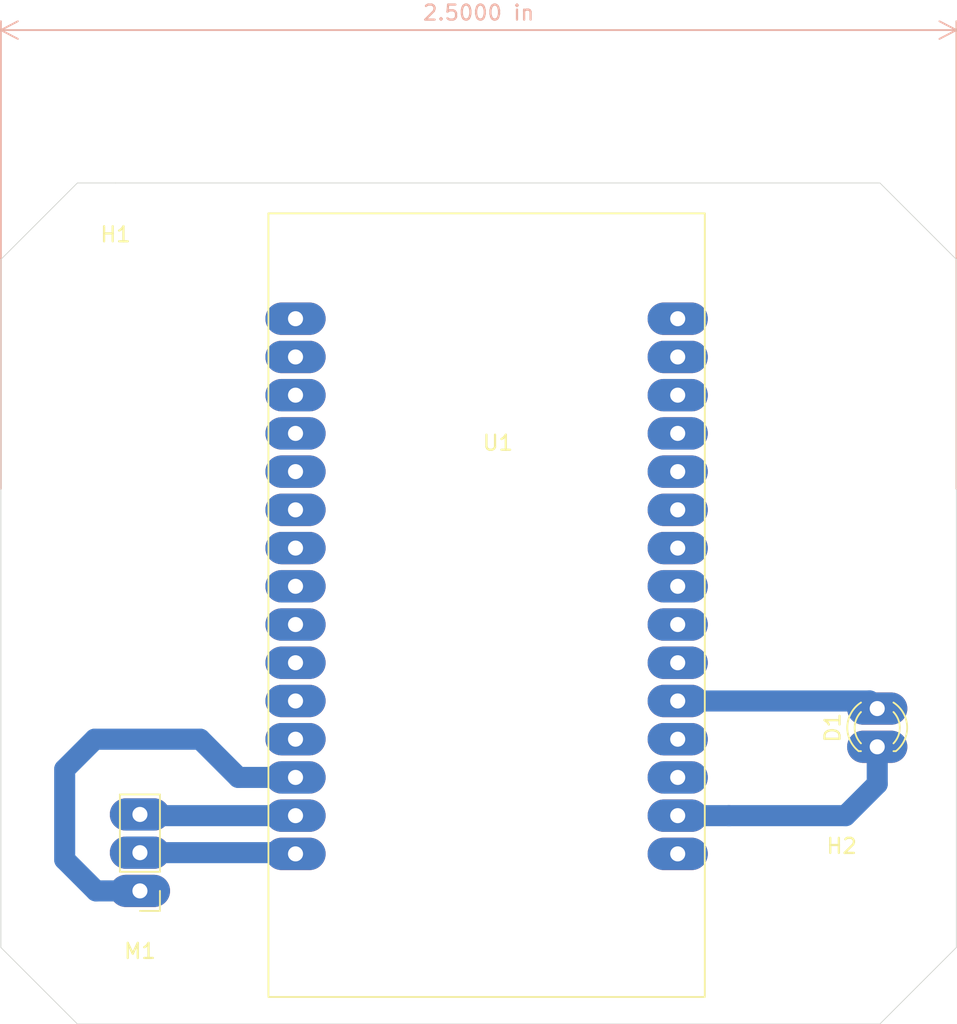
<source format=kicad_pcb>
(kicad_pcb (version 20171130) (host pcbnew "(5.1.2)-2")

  (general
    (thickness 1.6)
    (drawings 10)
    (tracks 18)
    (zones 0)
    (modules 5)
    (nets 6)
  )

  (page A4)
  (layers
    (0 F.Cu signal)
    (31 B.Cu signal)
    (32 B.Adhes user)
    (33 F.Adhes user)
    (34 B.Paste user)
    (35 F.Paste user)
    (36 B.SilkS user)
    (37 F.SilkS user)
    (38 B.Mask user)
    (39 F.Mask user)
    (40 Dwgs.User user)
    (41 Cmts.User user)
    (42 Eco1.User user)
    (43 Eco2.User user)
    (44 Edge.Cuts user)
    (45 Margin user)
    (46 B.CrtYd user)
    (47 F.CrtYd user)
    (48 B.Fab user)
    (49 F.Fab user)
  )

  (setup
    (last_trace_width 1.4)
    (trace_clearance 0.3)
    (zone_clearance 0.508)
    (zone_45_only no)
    (trace_min 1.4)
    (via_size 1.01)
    (via_drill 1)
    (via_min_size 1)
    (via_min_drill 0.3)
    (uvia_size 0.3)
    (uvia_drill 0.1)
    (uvias_allowed no)
    (uvia_min_size 0.2)
    (uvia_min_drill 0.1)
    (edge_width 0.05)
    (segment_width 0.2)
    (pcb_text_width 0.3)
    (pcb_text_size 1.5 1.5)
    (mod_edge_width 0.12)
    (mod_text_size 1 1)
    (mod_text_width 0.15)
    (pad_size 4 2.15)
    (pad_drill 1)
    (pad_to_mask_clearance 0.051)
    (solder_mask_min_width 0.25)
    (aux_axis_origin 111.76 121.92)
    (visible_elements FFFFFF7F)
    (pcbplotparams
      (layerselection 0x01000_fffffffe)
      (usegerberextensions false)
      (usegerberattributes false)
      (usegerberadvancedattributes false)
      (creategerberjobfile false)
      (excludeedgelayer true)
      (linewidth 0.100000)
      (plotframeref false)
      (viasonmask false)
      (mode 1)
      (useauxorigin true)
      (hpglpennumber 1)
      (hpglpenspeed 20)
      (hpglpendiameter 15.000000)
      (psnegative false)
      (psa4output false)
      (plotreference true)
      (plotvalue true)
      (plotinvisibletext false)
      (padsonsilk false)
      (subtractmaskfromsilk false)
      (outputformat 1)
      (mirror false)
      (drillshape 0)
      (scaleselection 1)
      (outputdirectory "mill/"))
  )

  (net 0 "")
  (net 1 "Net-(D1-Pad1)")
  (net 2 "Net-(D1-Pad2)")
  (net 3 "Net-(M1-Pad1)")
  (net 4 "Net-(M1-Pad2)")
  (net 5 "Net-(M1-Pad3)")

  (net_class Default "This is the default net class."
    (clearance 0.3)
    (trace_width 1.4)
    (via_dia 1.01)
    (via_drill 1)
    (uvia_dia 0.3)
    (uvia_drill 0.1)
    (add_net "Net-(D1-Pad1)")
    (add_net "Net-(D1-Pad2)")
    (add_net "Net-(M1-Pad1)")
    (add_net "Net-(M1-Pad2)")
    (add_net "Net-(M1-Pad3)")
  )

  (module LED_THT:LED_D3.0mm (layer F.Cu) (tedit 5DBE69F7) (tstamp 5DBEBA1F)
    (at 170 103.505 90)
    (descr "LED, diameter 3.0mm, 2 pins")
    (tags "LED diameter 3.0mm 2 pins")
    (path /5DBE9BE4)
    (fp_text reference D1 (at 1.27 -2.96 90) (layer F.SilkS)
      (effects (font (size 1 1) (thickness 0.15)))
    )
    (fp_text value LED (at 1.27 2.96 90) (layer F.Fab)
      (effects (font (size 1 1) (thickness 0.15)))
    )
    (fp_arc (start 1.27 0) (end -0.23 -1.16619) (angle 284.3) (layer F.Fab) (width 0.1))
    (fp_arc (start 1.27 0) (end -0.29 -1.235516) (angle 108.8) (layer F.SilkS) (width 0.12))
    (fp_arc (start 1.27 0) (end -0.29 1.235516) (angle -108.8) (layer F.SilkS) (width 0.12))
    (fp_arc (start 1.27 0) (end 0.229039 -1.08) (angle 87.9) (layer F.SilkS) (width 0.12))
    (fp_arc (start 1.27 0) (end 0.229039 1.08) (angle -87.9) (layer F.SilkS) (width 0.12))
    (fp_circle (center 1.27 0) (end 2.77 0) (layer F.Fab) (width 0.1))
    (fp_line (start -0.23 -1.16619) (end -0.23 1.16619) (layer F.Fab) (width 0.1))
    (fp_line (start -0.29 -1.236) (end -0.29 -1.08) (layer F.SilkS) (width 0.12))
    (fp_line (start -0.29 1.08) (end -0.29 1.236) (layer F.SilkS) (width 0.12))
    (fp_line (start -1.15 -2.25) (end -1.15 2.25) (layer F.CrtYd) (width 0.05))
    (fp_line (start -1.15 2.25) (end 3.7 2.25) (layer F.CrtYd) (width 0.05))
    (fp_line (start 3.7 2.25) (end 3.7 -2.25) (layer F.CrtYd) (width 0.05))
    (fp_line (start 3.7 -2.25) (end -1.15 -2.25) (layer F.CrtYd) (width 0.05))
    (pad 1 thru_hole oval (at 0 0 90) (size 2.14 4) (drill 1) (layers *.Cu *.Mask)
      (net 1 "Net-(D1-Pad1)"))
    (pad 2 thru_hole oval (at 2.54 0 90) (size 2.14 4) (drill 1) (layers *.Cu *.Mask)
      (net 2 "Net-(D1-Pad2)"))
    (model ${KISYS3DMOD}/LED_THT.3dshapes/LED_D3.0mm.wrl
      (at (xyz 0 0 0))
      (scale (xyz 1 1 1))
      (rotate (xyz 0 0 0))
    )
  )

  (module 1-MyFootprints:Servo-Header (layer F.Cu) (tedit 5DA78EC1) (tstamp 5DBEBAE0)
    (at 121 113.08 180)
    (descr "Through hole straight pin header, 1x03, 2.54mm pitch, single row")
    (tags "Through hole pin header THT 1x03 2.54mm single row")
    (path /5DBE77E8)
    (fp_text reference M1 (at 0 -4) (layer F.SilkS)
      (effects (font (size 1 1) (thickness 0.15)))
    )
    (fp_text value Motor_Servo (at 0.5 -2.5) (layer F.Fab)
      (effects (font (size 1 1) (thickness 0.15)))
    )
    (fp_line (start -0.635 -1.27) (end 1.27 -1.27) (layer F.Fab) (width 0.1))
    (fp_line (start 1.27 -1.27) (end 1.27 6.35) (layer F.Fab) (width 0.1))
    (fp_line (start 1.27 6.35) (end -1.27 6.35) (layer F.Fab) (width 0.1))
    (fp_line (start -1.27 6.35) (end -1.27 -0.635) (layer F.Fab) (width 0.1))
    (fp_line (start -1.27 -0.635) (end -0.635 -1.27) (layer F.Fab) (width 0.1))
    (fp_line (start -1.33 6.41) (end 1.33 6.41) (layer F.SilkS) (width 0.12))
    (fp_line (start -1.33 1.27) (end -1.33 6.41) (layer F.SilkS) (width 0.12))
    (fp_line (start 1.33 1.27) (end 1.33 6.41) (layer F.SilkS) (width 0.12))
    (fp_line (start -1.33 1.27) (end 1.33 1.27) (layer F.SilkS) (width 0.12))
    (fp_line (start -1.33 0) (end -1.33 -1.33) (layer F.SilkS) (width 0.12))
    (fp_line (start -1.33 -1.33) (end 0 -1.33) (layer F.SilkS) (width 0.12))
    (fp_line (start -1.8 -1.8) (end -1.8 6.85) (layer F.CrtYd) (width 0.05))
    (fp_line (start -1.8 6.85) (end 1.8 6.85) (layer F.CrtYd) (width 0.05))
    (fp_line (start 1.8 6.85) (end 1.8 -1.8) (layer F.CrtYd) (width 0.05))
    (fp_line (start 1.8 -1.8) (end -1.8 -1.8) (layer F.CrtYd) (width 0.05))
    (fp_text user %R (at 0 2.54 90) (layer F.Fab)
      (effects (font (size 1 1) (thickness 0.15)))
    )
    (pad 1 thru_hole oval (at 0 0 180) (size 4 2.14) (drill 1) (layers *.Cu *.Mask)
      (net 3 "Net-(M1-Pad1)"))
    (pad 2 thru_hole oval (at 0 2.54 180) (size 4 2.14) (drill 1) (layers *.Cu *.Mask)
      (net 4 "Net-(M1-Pad2)"))
    (pad 3 thru_hole oval (at 0 5.08 180) (size 4 2.14) (drill 1) (layers *.Cu *.Mask)
      (net 5 "Net-(M1-Pad3)"))
    (model ${KISYS3DMOD}/Connector_PinHeader_2.54mm.3dshapes/PinHeader_1x03_P2.54mm_Vertical.wrl
      (at (xyz 0 0 0))
      (scale (xyz 1 1 1))
      (rotate (xyz 0 0 0))
    )
  )

  (module 1-MyFootprints:ESP32-DEVKITV1 (layer F.Cu) (tedit 5DBE6E54) (tstamp 5DBEC541)
    (at 129.54 68.060001)
    (path /5DBE6D58)
    (fp_text reference U1 (at 15.25 15.25) (layer F.SilkS)
      (effects (font (size 1 1) (thickness 0.15)))
    )
    (fp_text value ESP32-DEVKITV1 (at 15.5 13) (layer F.Fab)
      (effects (font (size 1 1) (thickness 0.15)))
    )
    (fp_line (start -1 53) (end 30 53) (layer F.CrtYd) (width 0.12))
    (fp_line (start 30 -1) (end -1 -1) (layer F.CrtYd) (width 0.12))
    (fp_line (start -1 -1) (end -1 53) (layer F.CrtYd) (width 0.12))
    (fp_line (start 30 53) (end 30 -1) (layer F.CrtYd) (width 0.12))
    (fp_text user "USB Micro" (at 14.5 46) (layer F.Fab)
      (effects (font (size 1 1) (thickness 0.15)))
    )
    (fp_line (start 18 47) (end 18 52) (layer F.Fab) (width 0.12))
    (fp_line (start 11 47) (end 18 47) (layer F.Fab) (width 0.12))
    (fp_line (start 11 52) (end 11 47) (layer F.Fab) (width 0.12))
    (fp_line (start 29 0) (end 0 0) (layer F.SilkS) (width 0.12))
    (fp_line (start 29 52) (end 29 0) (layer F.SilkS) (width 0.12))
    (fp_line (start 0 52.07) (end 29 52.07) (layer F.SilkS) (width 0.12))
    (fp_line (start 0 0) (end 0 52) (layer F.SilkS) (width 0.12))
    (pad 30 thru_hole oval (at 27.2 42.56) (size 4 2.15) (drill 1) (layers *.Cu *.Mask))
    (pad 29 thru_hole oval (at 27.2 40.02) (size 4 2.15) (drill 1) (layers *.Cu *.Mask)
      (net 1 "Net-(D1-Pad1)"))
    (pad 28 thru_hole oval (at 27.2 37.48) (size 4 2.15) (drill 1) (layers *.Cu *.Mask))
    (pad 27 thru_hole oval (at 27.2 34.94) (size 4 2.15) (drill 1) (layers *.Cu *.Mask))
    (pad 26 thru_hole oval (at 27.2 32.4) (size 4 2.15) (drill 1) (layers *.Cu *.Mask)
      (net 2 "Net-(D1-Pad2)"))
    (pad 25 thru_hole oval (at 27.2 29.86) (size 4 2.15) (drill 1) (layers *.Cu *.Mask))
    (pad 24 thru_hole oval (at 27.2 27.32) (size 4 2.15) (drill 1) (layers *.Cu *.Mask))
    (pad 23 thru_hole oval (at 27.2 24.78) (size 4 2.15) (drill 1) (layers *.Cu *.Mask))
    (pad 22 thru_hole oval (at 27.2 22.24) (size 4 2.15) (drill 1) (layers *.Cu *.Mask))
    (pad 21 thru_hole oval (at 27.2 19.7) (size 4 2.15) (drill 1) (layers *.Cu *.Mask))
    (pad 20 thru_hole oval (at 27.2 17.16) (size 4 2.15) (drill 1) (layers *.Cu *.Mask))
    (pad 19 thru_hole oval (at 27.2 14.62) (size 4 2.15) (drill 1) (layers *.Cu *.Mask))
    (pad 18 thru_hole oval (at 27.2 12.08) (size 4 2.15) (drill 1) (layers *.Cu *.Mask))
    (pad 17 thru_hole oval (at 27.2 9.54) (size 4 2.15) (drill 1) (layers *.Cu *.Mask))
    (pad 16 thru_hole oval (at 27.2 7) (size 4 2.15) (drill 1) (layers *.Cu *.Mask))
    (pad 15 thru_hole oval (at 1.8 42.56) (size 4 2.15) (drill 1) (layers *.Cu *.Mask)
      (net 4 "Net-(M1-Pad2)"))
    (pad 14 thru_hole oval (at 1.8 40.02) (size 4 2.15) (drill 1) (layers *.Cu *.Mask)
      (net 5 "Net-(M1-Pad3)"))
    (pad 13 thru_hole oval (at 1.8 37.48) (size 4 2.15) (drill 1) (layers *.Cu *.Mask)
      (net 3 "Net-(M1-Pad1)"))
    (pad 12 thru_hole oval (at 1.8 34.94) (size 4 2.15) (drill 1) (layers *.Cu *.Mask))
    (pad 11 thru_hole oval (at 1.8 32.4) (size 4 2.15) (drill 1) (layers *.Cu *.Mask))
    (pad 10 thru_hole oval (at 1.8 29.86) (size 4 2.15) (drill 1) (layers *.Cu *.Mask))
    (pad 9 thru_hole oval (at 1.8 27.32) (size 4 2.15) (drill 1) (layers *.Cu *.Mask))
    (pad 8 thru_hole oval (at 1.8 24.78) (size 4 2.15) (drill 1) (layers *.Cu *.Mask))
    (pad 7 thru_hole oval (at 1.8 22.24) (size 4 2.15) (drill 1) (layers *.Cu *.Mask))
    (pad 6 thru_hole oval (at 1.8 19.7) (size 4 2.15) (drill 1) (layers *.Cu *.Mask))
    (pad 5 thru_hole oval (at 1.8 17.16) (size 4 2.15) (drill 1) (layers *.Cu *.Mask))
    (pad 4 thru_hole oval (at 1.8 14.62) (size 4 2.15) (drill 1) (layers *.Cu *.Mask))
    (pad 3 thru_hole oval (at 1.8 12.08) (size 4 2.15) (drill 1) (layers *.Cu *.Mask))
    (pad 2 thru_hole oval (at 1.8 9.54) (size 4 2.15) (drill 1) (layers *.Cu *.Mask))
    (pad 1 thru_hole oval (at 1.8 7) (size 4 2.15) (drill 1) (layers *.Cu *.Mask))
  )

  (module MountingHole:MountingHole_3.2mm_M3 (layer F.Cu) (tedit 56D1B4CB) (tstamp 5DBEC3FC)
    (at 119.38 73.66)
    (descr "Mounting Hole 3.2mm, no annular, M3")
    (tags "mounting hole 3.2mm no annular m3")
    (path /5DBEECE4)
    (attr virtual)
    (fp_text reference H1 (at 0 -4.2) (layer F.SilkS)
      (effects (font (size 1 1) (thickness 0.15)))
    )
    (fp_text value MountingHole (at 0 4.2) (layer F.Fab)
      (effects (font (size 1 1) (thickness 0.15)))
    )
    (fp_text user %R (at 0.3 0) (layer F.Fab)
      (effects (font (size 1 1) (thickness 0.15)))
    )
    (fp_circle (center 0 0) (end 3.2 0) (layer Cmts.User) (width 0.15))
    (fp_circle (center 0 0) (end 3.45 0) (layer F.CrtYd) (width 0.05))
    (pad 1 np_thru_hole circle (at 0 0) (size 3.2 3.2) (drill 3.2) (layers *.Cu *.Mask))
  )

  (module MountingHole:MountingHole_3.2mm_M3 (layer F.Cu) (tedit 56D1B4CB) (tstamp 5DBEC404)
    (at 167.64 114.3)
    (descr "Mounting Hole 3.2mm, no annular, M3")
    (tags "mounting hole 3.2mm no annular m3")
    (path /5DBEF41C)
    (attr virtual)
    (fp_text reference H2 (at 0 -4.2) (layer F.SilkS)
      (effects (font (size 1 1) (thickness 0.15)))
    )
    (fp_text value MountingHole (at 0 4.2) (layer F.Fab)
      (effects (font (size 1 1) (thickness 0.15)))
    )
    (fp_circle (center 0 0) (end 3.45 0) (layer F.CrtYd) (width 0.05))
    (fp_circle (center 0 0) (end 3.2 0) (layer Cmts.User) (width 0.15))
    (fp_text user %R (at 0.3 0) (layer F.Fab)
      (effects (font (size 1 1) (thickness 0.15)))
    )
    (pad 1 np_thru_hole circle (at 0 0) (size 3.2 3.2) (drill 3.2) (layers *.Cu *.Mask))
  )

  (dimension 63.5 (width 0.12) (layer B.SilkS)
    (gr_text "63.500 mm" (at 143.51 54.61) (layer B.SilkS)
      (effects (font (size 1 1) (thickness 0.15)))
    )
    (feature1 (pts (xy 111.76 86.36) (xy 111.76 55.293579)))
    (feature2 (pts (xy 175.26 86.36) (xy 175.26 55.293579)))
    (crossbar (pts (xy 175.26 55.88) (xy 111.76 55.88)))
    (arrow1a (pts (xy 111.76 55.88) (xy 112.886504 55.293579)))
    (arrow1b (pts (xy 111.76 55.88) (xy 112.886504 56.466421)))
    (arrow2a (pts (xy 175.26 55.88) (xy 174.133496 55.293579)))
    (arrow2b (pts (xy 175.26 55.88) (xy 174.133496 56.466421)))
  )
  (gr_line (start 116.84 66.04) (end 111.76 71.12) (layer Edge.Cuts) (width 0.05) (tstamp 5DBEC2A9))
  (gr_line (start 119.38 66.04) (end 116.84 66.04) (layer Edge.Cuts) (width 0.05))
  (gr_line (start 170.18 66.04) (end 119.38 66.04) (layer Edge.Cuts) (width 0.05))
  (gr_line (start 175.26 71.12) (end 170.18 66.04) (layer Edge.Cuts) (width 0.05))
  (gr_line (start 111.76 116.84) (end 111.76 71.12) (layer Edge.Cuts) (width 0.05))
  (gr_line (start 116.84 121.92) (end 111.76 116.84) (layer Edge.Cuts) (width 0.05))
  (gr_line (start 175.26 116.84) (end 175.26 71.12) (layer Edge.Cuts) (width 0.05))
  (gr_line (start 170.18 121.92) (end 175.26 116.84) (layer Edge.Cuts) (width 0.05))
  (gr_line (start 116.84 121.92) (end 170.18 121.92) (layer Edge.Cuts) (width 0.05))

  (segment (start 160.14 108.080001) (end 156.74 108.080001) (width 1.4) (layer B.Cu) (net 1))
  (segment (start 167.894999 108.080001) (end 160.14 108.080001) (width 1.4) (layer B.Cu) (net 1))
  (segment (start 170 105.975) (end 167.894999 108.080001) (width 1.4) (layer B.Cu) (net 1))
  (segment (start 170 103.505) (end 170 105.975) (width 1.4) (layer B.Cu) (net 1))
  (segment (start 169.495001 100.460001) (end 156.74 100.460001) (width 1.4) (layer B.Cu) (net 2))
  (segment (start 170 100.965) (end 169.495001 100.460001) (width 1.4) (layer B.Cu) (net 2))
  (segment (start 118.08 113.08) (end 121 113.08) (width 1.4) (layer B.Cu) (net 3))
  (segment (start 127.540001 105.540001) (end 125 103) (width 1.4) (layer B.Cu) (net 3))
  (segment (start 125 103) (end 118 103) (width 1.4) (layer B.Cu) (net 3))
  (segment (start 118 103) (end 116 105) (width 1.4) (layer B.Cu) (net 3))
  (segment (start 116 105) (end 116 111) (width 1.4) (layer B.Cu) (net 3))
  (segment (start 116 111) (end 118.08 113.08) (width 1.4) (layer B.Cu) (net 3))
  (segment (start 127.540001 105.540001) (end 131.34 105.540001) (width 1.4) (layer B.Cu) (net 3))
  (segment (start 121.080001 110.620001) (end 121 110.54) (width 1.4) (layer B.Cu) (net 4))
  (segment (start 131.259999 110.54) (end 131.34 110.620001) (width 1.4) (layer B.Cu) (net 4))
  (segment (start 121 110.54) (end 131.259999 110.54) (width 1.4) (layer B.Cu) (net 4))
  (segment (start 121.080001 108.080001) (end 121 108) (width 1.4) (layer B.Cu) (net 5))
  (segment (start 131.34 108.080001) (end 121.080001 108.080001) (width 1.4) (layer B.Cu) (net 5))

)

</source>
